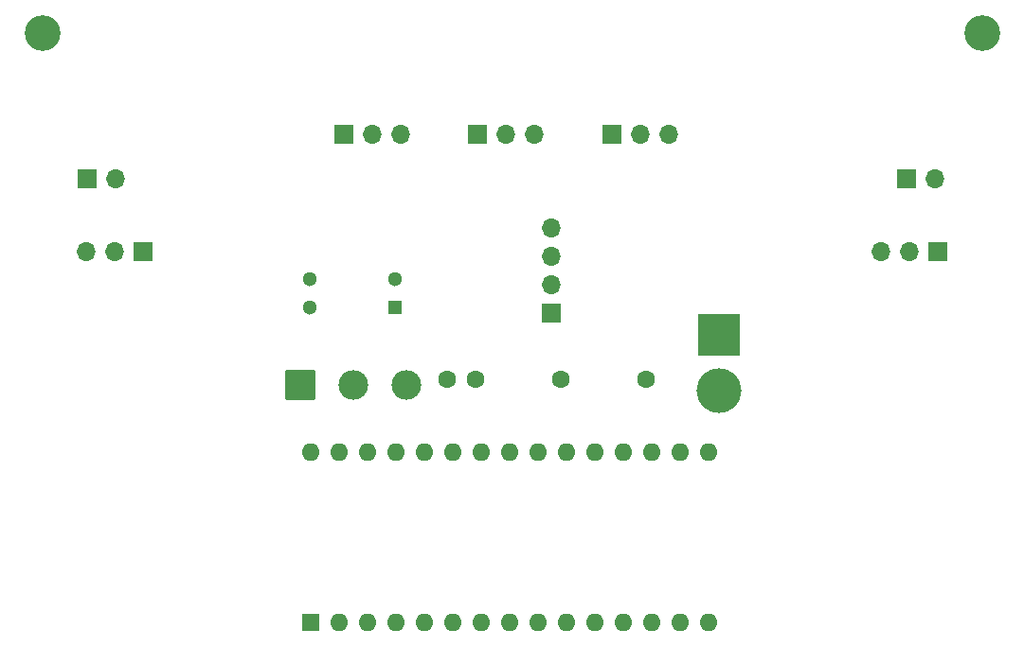
<source format=gbs>
G04 #@! TF.GenerationSoftware,KiCad,Pcbnew,8.0.4*
G04 #@! TF.CreationDate,2025-03-28T18:04:36-04:00*
G04 #@! TF.ProjectId,ballsi,62616c6c-7369-42e6-9b69-6361645f7063,rev?*
G04 #@! TF.SameCoordinates,Original*
G04 #@! TF.FileFunction,Soldermask,Bot*
G04 #@! TF.FilePolarity,Negative*
%FSLAX46Y46*%
G04 Gerber Fmt 4.6, Leading zero omitted, Abs format (unit mm)*
G04 Created by KiCad (PCBNEW 8.0.4) date 2025-03-28 18:04:36*
%MOMM*%
%LPD*%
G01*
G04 APERTURE LIST*
G04 Aperture macros list*
%AMRoundRect*
0 Rectangle with rounded corners*
0 $1 Rounding radius*
0 $2 $3 $4 $5 $6 $7 $8 $9 X,Y pos of 4 corners*
0 Add a 4 corners polygon primitive as box body*
4,1,4,$2,$3,$4,$5,$6,$7,$8,$9,$2,$3,0*
0 Add four circle primitives for the rounded corners*
1,1,$1+$1,$2,$3*
1,1,$1+$1,$4,$5*
1,1,$1+$1,$6,$7*
1,1,$1+$1,$8,$9*
0 Add four rect primitives between the rounded corners*
20,1,$1+$1,$2,$3,$4,$5,0*
20,1,$1+$1,$4,$5,$6,$7,0*
20,1,$1+$1,$6,$7,$8,$9,0*
20,1,$1+$1,$8,$9,$2,$3,0*%
G04 Aperture macros list end*
%ADD10C,3.200000*%
%ADD11R,1.700000X1.700000*%
%ADD12O,1.700000X1.700000*%
%ADD13RoundRect,0.102000X1.225000X-1.225000X1.225000X1.225000X-1.225000X1.225000X-1.225000X-1.225000X0*%
%ADD14C,2.654000*%
%ADD15C,1.600200*%
%ADD16R,1.300000X1.300000*%
%ADD17C,1.300000*%
%ADD18R,3.800000X3.800000*%
%ADD19C,4.000000*%
%ADD20R,1.600000X1.600000*%
%ADD21O,1.600000X1.600000*%
G04 APERTURE END LIST*
D10*
X237500000Y-53000000D03*
X153500000Y-53000000D03*
D11*
X233525000Y-72525000D03*
D12*
X230985000Y-72525000D03*
X228445000Y-72525000D03*
D11*
X204420000Y-62000000D03*
D12*
X206960000Y-62000000D03*
X209500000Y-62000000D03*
D13*
X176600000Y-84500000D03*
D14*
X181300000Y-84500000D03*
X186000000Y-84500000D03*
D15*
X207500000Y-84000000D03*
X199880000Y-84000000D03*
X192260000Y-84000000D03*
X189720000Y-84000000D03*
D16*
X185000000Y-77540000D03*
D17*
X185000000Y-75000000D03*
X177380000Y-75000000D03*
X177380000Y-77540000D03*
D12*
X199000000Y-70420000D03*
X199000000Y-72960000D03*
X199000000Y-75500000D03*
D11*
X199000000Y-78040000D03*
D18*
X214000000Y-80000000D03*
D19*
X214000000Y-85000000D03*
D11*
X192420000Y-62000000D03*
D12*
X194960000Y-62000000D03*
X197500000Y-62000000D03*
D11*
X162500000Y-72525000D03*
D12*
X159960000Y-72525000D03*
X157420000Y-72525000D03*
D11*
X180420000Y-62000000D03*
D12*
X182960000Y-62000000D03*
X185500000Y-62000000D03*
X233290000Y-65975000D03*
D11*
X230750000Y-65975000D03*
X157500000Y-66000000D03*
D12*
X160040000Y-66000000D03*
D20*
X177500000Y-105740000D03*
D21*
X180040000Y-105740000D03*
X182580000Y-105740000D03*
X185120000Y-105740000D03*
X187660000Y-105740000D03*
X190200000Y-105740000D03*
X192740000Y-105740000D03*
X195280000Y-105740000D03*
X197820000Y-105740000D03*
X200360000Y-105740000D03*
X202900000Y-105740000D03*
X205440000Y-105740000D03*
X207980000Y-105740000D03*
X210520000Y-105740000D03*
X213060000Y-105740000D03*
X213060000Y-90500000D03*
X210520000Y-90500000D03*
X207980000Y-90500000D03*
X205440000Y-90500000D03*
X202900000Y-90500000D03*
X200360000Y-90500000D03*
X197820000Y-90500000D03*
X195280000Y-90500000D03*
X192740000Y-90500000D03*
X190200000Y-90500000D03*
X187660000Y-90500000D03*
X185120000Y-90500000D03*
X182580000Y-90500000D03*
X180040000Y-90500000D03*
X177500000Y-90500000D03*
M02*

</source>
